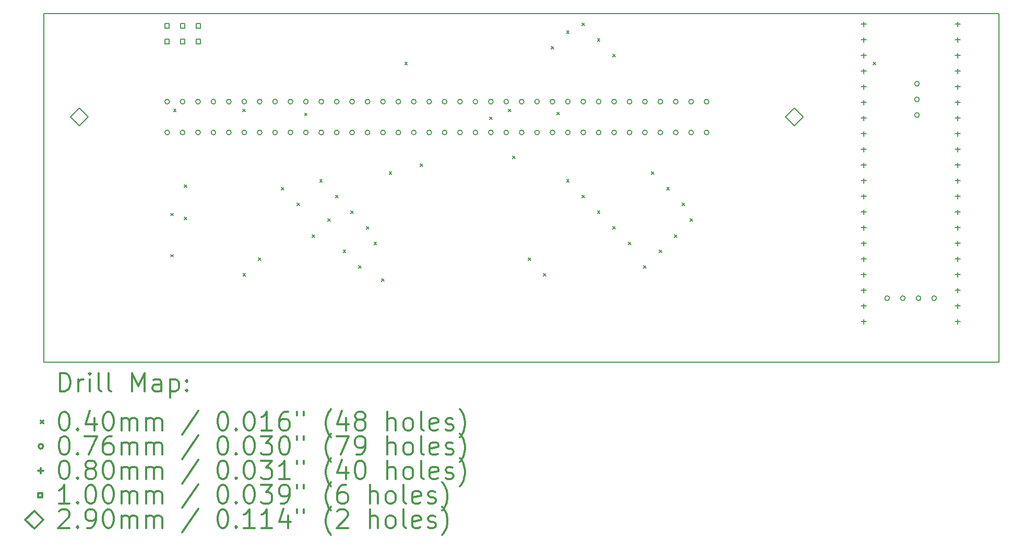
<source format=gbr>
%FSLAX45Y45*%
G04 Gerber Fmt 4.5, Leading zero omitted, Abs format (unit mm)*
G04 Created by KiCad (PCBNEW 4.0.4-stable) date 11/18/18 17:45:24*
%MOMM*%
%LPD*%
G01*
G04 APERTURE LIST*
%ADD10C,0.127000*%
%ADD11C,0.150000*%
%ADD12C,0.200000*%
%ADD13C,0.300000*%
G04 APERTURE END LIST*
D10*
D11*
X22520000Y-6980000D02*
X22520000Y-12640000D01*
X7020000Y-6980000D02*
X22520000Y-6980000D01*
X7020000Y-12640000D02*
X7020000Y-6980000D01*
X22520000Y-12640000D02*
X7020000Y-12640000D01*
D12*
X9079135Y-10220733D02*
X9119135Y-10260733D01*
X9119135Y-10220733D02*
X9079135Y-10260733D01*
X9079135Y-10890733D02*
X9119135Y-10930733D01*
X9119135Y-10890733D02*
X9079135Y-10930733D01*
X9129000Y-8532000D02*
X9169000Y-8572000D01*
X9169000Y-8532000D02*
X9129000Y-8572000D01*
X9304135Y-9760733D02*
X9344135Y-9800733D01*
X9344135Y-9760733D02*
X9304135Y-9800733D01*
X9304135Y-10285733D02*
X9344135Y-10325733D01*
X9344135Y-10285733D02*
X9304135Y-10325733D01*
X10253000Y-8532000D02*
X10293000Y-8572000D01*
X10293000Y-8532000D02*
X10253000Y-8572000D01*
X10254135Y-11198233D02*
X10294135Y-11238233D01*
X10294135Y-11198233D02*
X10254135Y-11238233D01*
X10504135Y-10943233D02*
X10544135Y-10983233D01*
X10544135Y-10943233D02*
X10504135Y-10983233D01*
X10874135Y-9800733D02*
X10914135Y-9840733D01*
X10914135Y-9800733D02*
X10874135Y-9840733D01*
X11129135Y-10055733D02*
X11169135Y-10095733D01*
X11169135Y-10055733D02*
X11129135Y-10095733D01*
X11254135Y-8595733D02*
X11294135Y-8635733D01*
X11294135Y-8595733D02*
X11254135Y-8635733D01*
X11379135Y-10570733D02*
X11419135Y-10610733D01*
X11419135Y-10570733D02*
X11379135Y-10610733D01*
X11499135Y-9675733D02*
X11539135Y-9715733D01*
X11539135Y-9675733D02*
X11499135Y-9715733D01*
X11629135Y-10310733D02*
X11669135Y-10350733D01*
X11669135Y-10310733D02*
X11629135Y-10350733D01*
X11754135Y-9928233D02*
X11794135Y-9968233D01*
X11794135Y-9928233D02*
X11754135Y-9968233D01*
X11879135Y-10818233D02*
X11919135Y-10858233D01*
X11919135Y-10818233D02*
X11879135Y-10858233D01*
X12004135Y-10183233D02*
X12044135Y-10223233D01*
X12044135Y-10183233D02*
X12004135Y-10223233D01*
X12129135Y-11070733D02*
X12169135Y-11110733D01*
X12169135Y-11070733D02*
X12129135Y-11110733D01*
X12254135Y-10435733D02*
X12294135Y-10475733D01*
X12294135Y-10435733D02*
X12254135Y-10475733D01*
X12379135Y-10690733D02*
X12419135Y-10730733D01*
X12419135Y-10690733D02*
X12379135Y-10730733D01*
X12504135Y-11285733D02*
X12544135Y-11325733D01*
X12544135Y-11285733D02*
X12504135Y-11325733D01*
X12624135Y-9548233D02*
X12664135Y-9588233D01*
X12664135Y-9548233D02*
X12624135Y-9588233D01*
X12879135Y-7768233D02*
X12919135Y-7808233D01*
X12919135Y-7768233D02*
X12879135Y-7808233D01*
X13129135Y-9420733D02*
X13169135Y-9460733D01*
X13169135Y-9420733D02*
X13129135Y-9460733D01*
X14256635Y-8658235D02*
X14296635Y-8698235D01*
X14296635Y-8658235D02*
X14256635Y-8698235D01*
X14557302Y-8532290D02*
X14597302Y-8572290D01*
X14597302Y-8532290D02*
X14557302Y-8572290D01*
X14629135Y-9293233D02*
X14669135Y-9333233D01*
X14669135Y-9293233D02*
X14629135Y-9333233D01*
X14879135Y-10943233D02*
X14919135Y-10983233D01*
X14919135Y-10943233D02*
X14879135Y-10983233D01*
X15129135Y-11198233D02*
X15169135Y-11238233D01*
X15169135Y-11198233D02*
X15129135Y-11238233D01*
X15254135Y-7515733D02*
X15294135Y-7555733D01*
X15294135Y-7515733D02*
X15254135Y-7555733D01*
X15347286Y-8585734D02*
X15387286Y-8625734D01*
X15387286Y-8585734D02*
X15347286Y-8625734D01*
X15504135Y-7260733D02*
X15544135Y-7300733D01*
X15544135Y-7260733D02*
X15504135Y-7300733D01*
X15504135Y-9675733D02*
X15544135Y-9715733D01*
X15544135Y-9675733D02*
X15504135Y-9715733D01*
X15754135Y-7135733D02*
X15794135Y-7175733D01*
X15794135Y-7135733D02*
X15754135Y-7175733D01*
X15754135Y-9928233D02*
X15794135Y-9968233D01*
X15794135Y-9928233D02*
X15754135Y-9968233D01*
X16004135Y-7388233D02*
X16044135Y-7428233D01*
X16044135Y-7388233D02*
X16004135Y-7428233D01*
X16004135Y-10183233D02*
X16044135Y-10223233D01*
X16044135Y-10183233D02*
X16004135Y-10223233D01*
X16254135Y-7643233D02*
X16294135Y-7683233D01*
X16294135Y-7643233D02*
X16254135Y-7683233D01*
X16254135Y-10435733D02*
X16294135Y-10475733D01*
X16294135Y-10435733D02*
X16254135Y-10475733D01*
X16504135Y-10690733D02*
X16544135Y-10730733D01*
X16544135Y-10690733D02*
X16504135Y-10730733D01*
X16754135Y-11070733D02*
X16794135Y-11110733D01*
X16794135Y-11070733D02*
X16754135Y-11110733D01*
X16879135Y-9548233D02*
X16919135Y-9588233D01*
X16919135Y-9548233D02*
X16879135Y-9588233D01*
X17004135Y-10818233D02*
X17044135Y-10858233D01*
X17044135Y-10818233D02*
X17004135Y-10858233D01*
X17129135Y-9800733D02*
X17169135Y-9840733D01*
X17169135Y-9800733D02*
X17129135Y-9840733D01*
X17254135Y-10570733D02*
X17294135Y-10610733D01*
X17294135Y-10570733D02*
X17254135Y-10610733D01*
X17379135Y-10055733D02*
X17419135Y-10095733D01*
X17419135Y-10055733D02*
X17379135Y-10095733D01*
X17504135Y-10310733D02*
X17544135Y-10350733D01*
X17544135Y-10310733D02*
X17504135Y-10350733D01*
X20479135Y-7768233D02*
X20519135Y-7808233D01*
X20519135Y-7768233D02*
X20479135Y-7808233D01*
X9062235Y-8410733D02*
G75*
G03X9062235Y-8410733I-38100J0D01*
G01*
X9062235Y-8910733D02*
G75*
G03X9062235Y-8910733I-38100J0D01*
G01*
X9312235Y-8410733D02*
G75*
G03X9312235Y-8410733I-38100J0D01*
G01*
X9312235Y-8910733D02*
G75*
G03X9312235Y-8910733I-38100J0D01*
G01*
X9562235Y-8410733D02*
G75*
G03X9562235Y-8410733I-38100J0D01*
G01*
X9562235Y-8910733D02*
G75*
G03X9562235Y-8910733I-38100J0D01*
G01*
X9812235Y-8410733D02*
G75*
G03X9812235Y-8410733I-38100J0D01*
G01*
X9812235Y-8910733D02*
G75*
G03X9812235Y-8910733I-38100J0D01*
G01*
X10062235Y-8410733D02*
G75*
G03X10062235Y-8410733I-38100J0D01*
G01*
X10062235Y-8910733D02*
G75*
G03X10062235Y-8910733I-38100J0D01*
G01*
X10312235Y-8410733D02*
G75*
G03X10312235Y-8410733I-38100J0D01*
G01*
X10312235Y-8910733D02*
G75*
G03X10312235Y-8910733I-38100J0D01*
G01*
X10562235Y-8410733D02*
G75*
G03X10562235Y-8410733I-38100J0D01*
G01*
X10562235Y-8910733D02*
G75*
G03X10562235Y-8910733I-38100J0D01*
G01*
X10812235Y-8410733D02*
G75*
G03X10812235Y-8410733I-38100J0D01*
G01*
X10812235Y-8910733D02*
G75*
G03X10812235Y-8910733I-38100J0D01*
G01*
X11062235Y-8410733D02*
G75*
G03X11062235Y-8410733I-38100J0D01*
G01*
X11062235Y-8910733D02*
G75*
G03X11062235Y-8910733I-38100J0D01*
G01*
X11312235Y-8410733D02*
G75*
G03X11312235Y-8410733I-38100J0D01*
G01*
X11312235Y-8910733D02*
G75*
G03X11312235Y-8910733I-38100J0D01*
G01*
X11562235Y-8410733D02*
G75*
G03X11562235Y-8410733I-38100J0D01*
G01*
X11562235Y-8910733D02*
G75*
G03X11562235Y-8910733I-38100J0D01*
G01*
X11812235Y-8410733D02*
G75*
G03X11812235Y-8410733I-38100J0D01*
G01*
X11812235Y-8910733D02*
G75*
G03X11812235Y-8910733I-38100J0D01*
G01*
X12062235Y-8410733D02*
G75*
G03X12062235Y-8410733I-38100J0D01*
G01*
X12062235Y-8910733D02*
G75*
G03X12062235Y-8910733I-38100J0D01*
G01*
X12312235Y-8410733D02*
G75*
G03X12312235Y-8410733I-38100J0D01*
G01*
X12312235Y-8910733D02*
G75*
G03X12312235Y-8910733I-38100J0D01*
G01*
X12562235Y-8410733D02*
G75*
G03X12562235Y-8410733I-38100J0D01*
G01*
X12562235Y-8910733D02*
G75*
G03X12562235Y-8910733I-38100J0D01*
G01*
X12812235Y-8410733D02*
G75*
G03X12812235Y-8410733I-38100J0D01*
G01*
X12812235Y-8910733D02*
G75*
G03X12812235Y-8910733I-38100J0D01*
G01*
X13062235Y-8410733D02*
G75*
G03X13062235Y-8410733I-38100J0D01*
G01*
X13062235Y-8910733D02*
G75*
G03X13062235Y-8910733I-38100J0D01*
G01*
X13312235Y-8410733D02*
G75*
G03X13312235Y-8410733I-38100J0D01*
G01*
X13312235Y-8910733D02*
G75*
G03X13312235Y-8910733I-38100J0D01*
G01*
X13562235Y-8410733D02*
G75*
G03X13562235Y-8410733I-38100J0D01*
G01*
X13562235Y-8910733D02*
G75*
G03X13562235Y-8910733I-38100J0D01*
G01*
X13812235Y-8410733D02*
G75*
G03X13812235Y-8410733I-38100J0D01*
G01*
X13812235Y-8910733D02*
G75*
G03X13812235Y-8910733I-38100J0D01*
G01*
X14062235Y-8410733D02*
G75*
G03X14062235Y-8410733I-38100J0D01*
G01*
X14062235Y-8910733D02*
G75*
G03X14062235Y-8910733I-38100J0D01*
G01*
X14312235Y-8410733D02*
G75*
G03X14312235Y-8410733I-38100J0D01*
G01*
X14312235Y-8910733D02*
G75*
G03X14312235Y-8910733I-38100J0D01*
G01*
X14562235Y-8410733D02*
G75*
G03X14562235Y-8410733I-38100J0D01*
G01*
X14562235Y-8910733D02*
G75*
G03X14562235Y-8910733I-38100J0D01*
G01*
X14812235Y-8410733D02*
G75*
G03X14812235Y-8410733I-38100J0D01*
G01*
X14812235Y-8910733D02*
G75*
G03X14812235Y-8910733I-38100J0D01*
G01*
X15062235Y-8410733D02*
G75*
G03X15062235Y-8410733I-38100J0D01*
G01*
X15062235Y-8910733D02*
G75*
G03X15062235Y-8910733I-38100J0D01*
G01*
X15312235Y-8410733D02*
G75*
G03X15312235Y-8410733I-38100J0D01*
G01*
X15312235Y-8910733D02*
G75*
G03X15312235Y-8910733I-38100J0D01*
G01*
X15562235Y-8410733D02*
G75*
G03X15562235Y-8410733I-38100J0D01*
G01*
X15562235Y-8910733D02*
G75*
G03X15562235Y-8910733I-38100J0D01*
G01*
X15812235Y-8410733D02*
G75*
G03X15812235Y-8410733I-38100J0D01*
G01*
X15812235Y-8910733D02*
G75*
G03X15812235Y-8910733I-38100J0D01*
G01*
X16062235Y-8410733D02*
G75*
G03X16062235Y-8410733I-38100J0D01*
G01*
X16062235Y-8910733D02*
G75*
G03X16062235Y-8910733I-38100J0D01*
G01*
X16312235Y-8410733D02*
G75*
G03X16312235Y-8410733I-38100J0D01*
G01*
X16312235Y-8910733D02*
G75*
G03X16312235Y-8910733I-38100J0D01*
G01*
X16562235Y-8410733D02*
G75*
G03X16562235Y-8410733I-38100J0D01*
G01*
X16562235Y-8910733D02*
G75*
G03X16562235Y-8910733I-38100J0D01*
G01*
X16812235Y-8410733D02*
G75*
G03X16812235Y-8410733I-38100J0D01*
G01*
X16812235Y-8910733D02*
G75*
G03X16812235Y-8910733I-38100J0D01*
G01*
X17062235Y-8410733D02*
G75*
G03X17062235Y-8410733I-38100J0D01*
G01*
X17062235Y-8910733D02*
G75*
G03X17062235Y-8910733I-38100J0D01*
G01*
X17312235Y-8410733D02*
G75*
G03X17312235Y-8410733I-38100J0D01*
G01*
X17312235Y-8910733D02*
G75*
G03X17312235Y-8910733I-38100J0D01*
G01*
X17562235Y-8410733D02*
G75*
G03X17562235Y-8410733I-38100J0D01*
G01*
X17562235Y-8910733D02*
G75*
G03X17562235Y-8910733I-38100J0D01*
G01*
X17812235Y-8410733D02*
G75*
G03X17812235Y-8410733I-38100J0D01*
G01*
X17812235Y-8910733D02*
G75*
G03X17812235Y-8910733I-38100J0D01*
G01*
X20741735Y-11599733D02*
G75*
G03X20741735Y-11599733I-38100J0D01*
G01*
X20995735Y-11599733D02*
G75*
G03X20995735Y-11599733I-38100J0D01*
G01*
X21224335Y-8119933D02*
G75*
G03X21224335Y-8119933I-38100J0D01*
G01*
X21224335Y-8373933D02*
G75*
G03X21224335Y-8373933I-38100J0D01*
G01*
X21224335Y-8627933D02*
G75*
G03X21224335Y-8627933I-38100J0D01*
G01*
X21249735Y-11599733D02*
G75*
G03X21249735Y-11599733I-38100J0D01*
G01*
X21503735Y-11599733D02*
G75*
G03X21503735Y-11599733I-38100J0D01*
G01*
X20322635Y-7114733D02*
X20322635Y-7194733D01*
X20282635Y-7154733D02*
X20362635Y-7154733D01*
X20322635Y-7368733D02*
X20322635Y-7448733D01*
X20282635Y-7408733D02*
X20362635Y-7408733D01*
X20322635Y-7622733D02*
X20322635Y-7702733D01*
X20282635Y-7662733D02*
X20362635Y-7662733D01*
X20322635Y-7876733D02*
X20322635Y-7956733D01*
X20282635Y-7916733D02*
X20362635Y-7916733D01*
X20322635Y-8130733D02*
X20322635Y-8210733D01*
X20282635Y-8170733D02*
X20362635Y-8170733D01*
X20322635Y-8384733D02*
X20322635Y-8464733D01*
X20282635Y-8424733D02*
X20362635Y-8424733D01*
X20322635Y-8638733D02*
X20322635Y-8718733D01*
X20282635Y-8678733D02*
X20362635Y-8678733D01*
X20322635Y-8892733D02*
X20322635Y-8972733D01*
X20282635Y-8932733D02*
X20362635Y-8932733D01*
X20322635Y-9146733D02*
X20322635Y-9226733D01*
X20282635Y-9186733D02*
X20362635Y-9186733D01*
X20322635Y-9400733D02*
X20322635Y-9480733D01*
X20282635Y-9440733D02*
X20362635Y-9440733D01*
X20322635Y-9654733D02*
X20322635Y-9734733D01*
X20282635Y-9694733D02*
X20362635Y-9694733D01*
X20322635Y-9908733D02*
X20322635Y-9988733D01*
X20282635Y-9948733D02*
X20362635Y-9948733D01*
X20322635Y-10162733D02*
X20322635Y-10242733D01*
X20282635Y-10202733D02*
X20362635Y-10202733D01*
X20322635Y-10416733D02*
X20322635Y-10496733D01*
X20282635Y-10456733D02*
X20362635Y-10456733D01*
X20322635Y-10670733D02*
X20322635Y-10750733D01*
X20282635Y-10710733D02*
X20362635Y-10710733D01*
X20322635Y-10924733D02*
X20322635Y-11004733D01*
X20282635Y-10964733D02*
X20362635Y-10964733D01*
X20322635Y-11178733D02*
X20322635Y-11258733D01*
X20282635Y-11218733D02*
X20362635Y-11218733D01*
X20322635Y-11432733D02*
X20322635Y-11512733D01*
X20282635Y-11472733D02*
X20362635Y-11472733D01*
X20322635Y-11686733D02*
X20322635Y-11766733D01*
X20282635Y-11726733D02*
X20362635Y-11726733D01*
X20322635Y-11940733D02*
X20322635Y-12020733D01*
X20282635Y-11980733D02*
X20362635Y-11980733D01*
X21846635Y-7114733D02*
X21846635Y-7194733D01*
X21806635Y-7154733D02*
X21886635Y-7154733D01*
X21846635Y-7368733D02*
X21846635Y-7448733D01*
X21806635Y-7408733D02*
X21886635Y-7408733D01*
X21846635Y-7622733D02*
X21846635Y-7702733D01*
X21806635Y-7662733D02*
X21886635Y-7662733D01*
X21846635Y-7876733D02*
X21846635Y-7956733D01*
X21806635Y-7916733D02*
X21886635Y-7916733D01*
X21846635Y-8130733D02*
X21846635Y-8210733D01*
X21806635Y-8170733D02*
X21886635Y-8170733D01*
X21846635Y-8384733D02*
X21846635Y-8464733D01*
X21806635Y-8424733D02*
X21886635Y-8424733D01*
X21846635Y-8638733D02*
X21846635Y-8718733D01*
X21806635Y-8678733D02*
X21886635Y-8678733D01*
X21846635Y-8892733D02*
X21846635Y-8972733D01*
X21806635Y-8932733D02*
X21886635Y-8932733D01*
X21846635Y-9146733D02*
X21846635Y-9226733D01*
X21806635Y-9186733D02*
X21886635Y-9186733D01*
X21846635Y-9400733D02*
X21846635Y-9480733D01*
X21806635Y-9440733D02*
X21886635Y-9440733D01*
X21846635Y-9654733D02*
X21846635Y-9734733D01*
X21806635Y-9694733D02*
X21886635Y-9694733D01*
X21846635Y-9908733D02*
X21846635Y-9988733D01*
X21806635Y-9948733D02*
X21886635Y-9948733D01*
X21846635Y-10162733D02*
X21846635Y-10242733D01*
X21806635Y-10202733D02*
X21886635Y-10202733D01*
X21846635Y-10416733D02*
X21846635Y-10496733D01*
X21806635Y-10456733D02*
X21886635Y-10456733D01*
X21846635Y-10670733D02*
X21846635Y-10750733D01*
X21806635Y-10710733D02*
X21886635Y-10710733D01*
X21846635Y-10924733D02*
X21846635Y-11004733D01*
X21806635Y-10964733D02*
X21886635Y-10964733D01*
X21846635Y-11178733D02*
X21846635Y-11258733D01*
X21806635Y-11218733D02*
X21886635Y-11218733D01*
X21846635Y-11432733D02*
X21846635Y-11512733D01*
X21806635Y-11472733D02*
X21886635Y-11472733D01*
X21846635Y-11686733D02*
X21846635Y-11766733D01*
X21806635Y-11726733D02*
X21886635Y-11726733D01*
X21846635Y-11940733D02*
X21846635Y-12020733D01*
X21806635Y-11980733D02*
X21886635Y-11980733D01*
X9056491Y-7216089D02*
X9056491Y-7145378D01*
X8985779Y-7145378D01*
X8985779Y-7216089D01*
X9056491Y-7216089D01*
X9056491Y-7470089D02*
X9056491Y-7399378D01*
X8985779Y-7399378D01*
X8985779Y-7470089D01*
X9056491Y-7470089D01*
X9310491Y-7216089D02*
X9310491Y-7145378D01*
X9239779Y-7145378D01*
X9239779Y-7216089D01*
X9310491Y-7216089D01*
X9310491Y-7470089D02*
X9310491Y-7399378D01*
X9239779Y-7399378D01*
X9239779Y-7470089D01*
X9310491Y-7470089D01*
X9564491Y-7216089D02*
X9564491Y-7145378D01*
X9493779Y-7145378D01*
X9493779Y-7216089D01*
X9564491Y-7216089D01*
X9564491Y-7470089D02*
X9564491Y-7399378D01*
X9493779Y-7399378D01*
X9493779Y-7470089D01*
X9564491Y-7470089D01*
X7600000Y-8805000D02*
X7745000Y-8660000D01*
X7600000Y-8515000D01*
X7455000Y-8660000D01*
X7600000Y-8805000D01*
X19200000Y-8805000D02*
X19345000Y-8660000D01*
X19200000Y-8515000D01*
X19055000Y-8660000D01*
X19200000Y-8805000D01*
D13*
X7283928Y-13113214D02*
X7283928Y-12813214D01*
X7355357Y-12813214D01*
X7398214Y-12827500D01*
X7426786Y-12856071D01*
X7441071Y-12884643D01*
X7455357Y-12941786D01*
X7455357Y-12984643D01*
X7441071Y-13041786D01*
X7426786Y-13070357D01*
X7398214Y-13098929D01*
X7355357Y-13113214D01*
X7283928Y-13113214D01*
X7583928Y-13113214D02*
X7583928Y-12913214D01*
X7583928Y-12970357D02*
X7598214Y-12941786D01*
X7612500Y-12927500D01*
X7641071Y-12913214D01*
X7669643Y-12913214D01*
X7769643Y-13113214D02*
X7769643Y-12913214D01*
X7769643Y-12813214D02*
X7755357Y-12827500D01*
X7769643Y-12841786D01*
X7783928Y-12827500D01*
X7769643Y-12813214D01*
X7769643Y-12841786D01*
X7955357Y-13113214D02*
X7926786Y-13098929D01*
X7912500Y-13070357D01*
X7912500Y-12813214D01*
X8112500Y-13113214D02*
X8083928Y-13098929D01*
X8069643Y-13070357D01*
X8069643Y-12813214D01*
X8455357Y-13113214D02*
X8455357Y-12813214D01*
X8555357Y-13027500D01*
X8655357Y-12813214D01*
X8655357Y-13113214D01*
X8926786Y-13113214D02*
X8926786Y-12956071D01*
X8912500Y-12927500D01*
X8883929Y-12913214D01*
X8826786Y-12913214D01*
X8798214Y-12927500D01*
X8926786Y-13098929D02*
X8898214Y-13113214D01*
X8826786Y-13113214D01*
X8798214Y-13098929D01*
X8783929Y-13070357D01*
X8783929Y-13041786D01*
X8798214Y-13013214D01*
X8826786Y-12998929D01*
X8898214Y-12998929D01*
X8926786Y-12984643D01*
X9069643Y-12913214D02*
X9069643Y-13213214D01*
X9069643Y-12927500D02*
X9098214Y-12913214D01*
X9155357Y-12913214D01*
X9183929Y-12927500D01*
X9198214Y-12941786D01*
X9212500Y-12970357D01*
X9212500Y-13056071D01*
X9198214Y-13084643D01*
X9183929Y-13098929D01*
X9155357Y-13113214D01*
X9098214Y-13113214D01*
X9069643Y-13098929D01*
X9341071Y-13084643D02*
X9355357Y-13098929D01*
X9341071Y-13113214D01*
X9326786Y-13098929D01*
X9341071Y-13084643D01*
X9341071Y-13113214D01*
X9341071Y-12927500D02*
X9355357Y-12941786D01*
X9341071Y-12956071D01*
X9326786Y-12941786D01*
X9341071Y-12927500D01*
X9341071Y-12956071D01*
X6972500Y-13587500D02*
X7012500Y-13627500D01*
X7012500Y-13587500D02*
X6972500Y-13627500D01*
X7341071Y-13443214D02*
X7369643Y-13443214D01*
X7398214Y-13457500D01*
X7412500Y-13471786D01*
X7426786Y-13500357D01*
X7441071Y-13557500D01*
X7441071Y-13628929D01*
X7426786Y-13686071D01*
X7412500Y-13714643D01*
X7398214Y-13728929D01*
X7369643Y-13743214D01*
X7341071Y-13743214D01*
X7312500Y-13728929D01*
X7298214Y-13714643D01*
X7283928Y-13686071D01*
X7269643Y-13628929D01*
X7269643Y-13557500D01*
X7283928Y-13500357D01*
X7298214Y-13471786D01*
X7312500Y-13457500D01*
X7341071Y-13443214D01*
X7569643Y-13714643D02*
X7583928Y-13728929D01*
X7569643Y-13743214D01*
X7555357Y-13728929D01*
X7569643Y-13714643D01*
X7569643Y-13743214D01*
X7841071Y-13543214D02*
X7841071Y-13743214D01*
X7769643Y-13428929D02*
X7698214Y-13643214D01*
X7883928Y-13643214D01*
X8055357Y-13443214D02*
X8083928Y-13443214D01*
X8112500Y-13457500D01*
X8126786Y-13471786D01*
X8141071Y-13500357D01*
X8155357Y-13557500D01*
X8155357Y-13628929D01*
X8141071Y-13686071D01*
X8126786Y-13714643D01*
X8112500Y-13728929D01*
X8083928Y-13743214D01*
X8055357Y-13743214D01*
X8026786Y-13728929D01*
X8012500Y-13714643D01*
X7998214Y-13686071D01*
X7983928Y-13628929D01*
X7983928Y-13557500D01*
X7998214Y-13500357D01*
X8012500Y-13471786D01*
X8026786Y-13457500D01*
X8055357Y-13443214D01*
X8283928Y-13743214D02*
X8283928Y-13543214D01*
X8283928Y-13571786D02*
X8298214Y-13557500D01*
X8326786Y-13543214D01*
X8369643Y-13543214D01*
X8398214Y-13557500D01*
X8412500Y-13586071D01*
X8412500Y-13743214D01*
X8412500Y-13586071D02*
X8426786Y-13557500D01*
X8455357Y-13543214D01*
X8498214Y-13543214D01*
X8526786Y-13557500D01*
X8541071Y-13586071D01*
X8541071Y-13743214D01*
X8683929Y-13743214D02*
X8683929Y-13543214D01*
X8683929Y-13571786D02*
X8698214Y-13557500D01*
X8726786Y-13543214D01*
X8769643Y-13543214D01*
X8798214Y-13557500D01*
X8812500Y-13586071D01*
X8812500Y-13743214D01*
X8812500Y-13586071D02*
X8826786Y-13557500D01*
X8855357Y-13543214D01*
X8898214Y-13543214D01*
X8926786Y-13557500D01*
X8941071Y-13586071D01*
X8941071Y-13743214D01*
X9526786Y-13428929D02*
X9269643Y-13814643D01*
X9912500Y-13443214D02*
X9941071Y-13443214D01*
X9969643Y-13457500D01*
X9983928Y-13471786D01*
X9998214Y-13500357D01*
X10012500Y-13557500D01*
X10012500Y-13628929D01*
X9998214Y-13686071D01*
X9983928Y-13714643D01*
X9969643Y-13728929D01*
X9941071Y-13743214D01*
X9912500Y-13743214D01*
X9883928Y-13728929D01*
X9869643Y-13714643D01*
X9855357Y-13686071D01*
X9841071Y-13628929D01*
X9841071Y-13557500D01*
X9855357Y-13500357D01*
X9869643Y-13471786D01*
X9883928Y-13457500D01*
X9912500Y-13443214D01*
X10141071Y-13714643D02*
X10155357Y-13728929D01*
X10141071Y-13743214D01*
X10126786Y-13728929D01*
X10141071Y-13714643D01*
X10141071Y-13743214D01*
X10341071Y-13443214D02*
X10369643Y-13443214D01*
X10398214Y-13457500D01*
X10412500Y-13471786D01*
X10426786Y-13500357D01*
X10441071Y-13557500D01*
X10441071Y-13628929D01*
X10426786Y-13686071D01*
X10412500Y-13714643D01*
X10398214Y-13728929D01*
X10369643Y-13743214D01*
X10341071Y-13743214D01*
X10312500Y-13728929D01*
X10298214Y-13714643D01*
X10283928Y-13686071D01*
X10269643Y-13628929D01*
X10269643Y-13557500D01*
X10283928Y-13500357D01*
X10298214Y-13471786D01*
X10312500Y-13457500D01*
X10341071Y-13443214D01*
X10726786Y-13743214D02*
X10555357Y-13743214D01*
X10641071Y-13743214D02*
X10641071Y-13443214D01*
X10612500Y-13486071D01*
X10583928Y-13514643D01*
X10555357Y-13528929D01*
X10983928Y-13443214D02*
X10926786Y-13443214D01*
X10898214Y-13457500D01*
X10883928Y-13471786D01*
X10855357Y-13514643D01*
X10841071Y-13571786D01*
X10841071Y-13686071D01*
X10855357Y-13714643D01*
X10869643Y-13728929D01*
X10898214Y-13743214D01*
X10955357Y-13743214D01*
X10983928Y-13728929D01*
X10998214Y-13714643D01*
X11012500Y-13686071D01*
X11012500Y-13614643D01*
X10998214Y-13586071D01*
X10983928Y-13571786D01*
X10955357Y-13557500D01*
X10898214Y-13557500D01*
X10869643Y-13571786D01*
X10855357Y-13586071D01*
X10841071Y-13614643D01*
X11126786Y-13443214D02*
X11126786Y-13500357D01*
X11241071Y-13443214D02*
X11241071Y-13500357D01*
X11683928Y-13857500D02*
X11669643Y-13843214D01*
X11641071Y-13800357D01*
X11626785Y-13771786D01*
X11612500Y-13728929D01*
X11598214Y-13657500D01*
X11598214Y-13600357D01*
X11612500Y-13528929D01*
X11626785Y-13486071D01*
X11641071Y-13457500D01*
X11669643Y-13414643D01*
X11683928Y-13400357D01*
X11926785Y-13543214D02*
X11926785Y-13743214D01*
X11855357Y-13428929D02*
X11783928Y-13643214D01*
X11969643Y-13643214D01*
X12126785Y-13571786D02*
X12098214Y-13557500D01*
X12083928Y-13543214D01*
X12069643Y-13514643D01*
X12069643Y-13500357D01*
X12083928Y-13471786D01*
X12098214Y-13457500D01*
X12126785Y-13443214D01*
X12183928Y-13443214D01*
X12212500Y-13457500D01*
X12226785Y-13471786D01*
X12241071Y-13500357D01*
X12241071Y-13514643D01*
X12226785Y-13543214D01*
X12212500Y-13557500D01*
X12183928Y-13571786D01*
X12126785Y-13571786D01*
X12098214Y-13586071D01*
X12083928Y-13600357D01*
X12069643Y-13628929D01*
X12069643Y-13686071D01*
X12083928Y-13714643D01*
X12098214Y-13728929D01*
X12126785Y-13743214D01*
X12183928Y-13743214D01*
X12212500Y-13728929D01*
X12226785Y-13714643D01*
X12241071Y-13686071D01*
X12241071Y-13628929D01*
X12226785Y-13600357D01*
X12212500Y-13586071D01*
X12183928Y-13571786D01*
X12598214Y-13743214D02*
X12598214Y-13443214D01*
X12726785Y-13743214D02*
X12726785Y-13586071D01*
X12712500Y-13557500D01*
X12683928Y-13543214D01*
X12641071Y-13543214D01*
X12612500Y-13557500D01*
X12598214Y-13571786D01*
X12912500Y-13743214D02*
X12883928Y-13728929D01*
X12869643Y-13714643D01*
X12855357Y-13686071D01*
X12855357Y-13600357D01*
X12869643Y-13571786D01*
X12883928Y-13557500D01*
X12912500Y-13543214D01*
X12955357Y-13543214D01*
X12983928Y-13557500D01*
X12998214Y-13571786D01*
X13012500Y-13600357D01*
X13012500Y-13686071D01*
X12998214Y-13714643D01*
X12983928Y-13728929D01*
X12955357Y-13743214D01*
X12912500Y-13743214D01*
X13183928Y-13743214D02*
X13155357Y-13728929D01*
X13141071Y-13700357D01*
X13141071Y-13443214D01*
X13412500Y-13728929D02*
X13383928Y-13743214D01*
X13326786Y-13743214D01*
X13298214Y-13728929D01*
X13283928Y-13700357D01*
X13283928Y-13586071D01*
X13298214Y-13557500D01*
X13326786Y-13543214D01*
X13383928Y-13543214D01*
X13412500Y-13557500D01*
X13426786Y-13586071D01*
X13426786Y-13614643D01*
X13283928Y-13643214D01*
X13541071Y-13728929D02*
X13569643Y-13743214D01*
X13626786Y-13743214D01*
X13655357Y-13728929D01*
X13669643Y-13700357D01*
X13669643Y-13686071D01*
X13655357Y-13657500D01*
X13626786Y-13643214D01*
X13583928Y-13643214D01*
X13555357Y-13628929D01*
X13541071Y-13600357D01*
X13541071Y-13586071D01*
X13555357Y-13557500D01*
X13583928Y-13543214D01*
X13626786Y-13543214D01*
X13655357Y-13557500D01*
X13769643Y-13857500D02*
X13783928Y-13843214D01*
X13812500Y-13800357D01*
X13826786Y-13771786D01*
X13841071Y-13728929D01*
X13855357Y-13657500D01*
X13855357Y-13600357D01*
X13841071Y-13528929D01*
X13826786Y-13486071D01*
X13812500Y-13457500D01*
X13783928Y-13414643D01*
X13769643Y-13400357D01*
X7012500Y-14003500D02*
G75*
G03X7012500Y-14003500I-38100J0D01*
G01*
X7341071Y-13839214D02*
X7369643Y-13839214D01*
X7398214Y-13853500D01*
X7412500Y-13867786D01*
X7426786Y-13896357D01*
X7441071Y-13953500D01*
X7441071Y-14024929D01*
X7426786Y-14082071D01*
X7412500Y-14110643D01*
X7398214Y-14124929D01*
X7369643Y-14139214D01*
X7341071Y-14139214D01*
X7312500Y-14124929D01*
X7298214Y-14110643D01*
X7283928Y-14082071D01*
X7269643Y-14024929D01*
X7269643Y-13953500D01*
X7283928Y-13896357D01*
X7298214Y-13867786D01*
X7312500Y-13853500D01*
X7341071Y-13839214D01*
X7569643Y-14110643D02*
X7583928Y-14124929D01*
X7569643Y-14139214D01*
X7555357Y-14124929D01*
X7569643Y-14110643D01*
X7569643Y-14139214D01*
X7683928Y-13839214D02*
X7883928Y-13839214D01*
X7755357Y-14139214D01*
X8126786Y-13839214D02*
X8069643Y-13839214D01*
X8041071Y-13853500D01*
X8026786Y-13867786D01*
X7998214Y-13910643D01*
X7983928Y-13967786D01*
X7983928Y-14082071D01*
X7998214Y-14110643D01*
X8012500Y-14124929D01*
X8041071Y-14139214D01*
X8098214Y-14139214D01*
X8126786Y-14124929D01*
X8141071Y-14110643D01*
X8155357Y-14082071D01*
X8155357Y-14010643D01*
X8141071Y-13982071D01*
X8126786Y-13967786D01*
X8098214Y-13953500D01*
X8041071Y-13953500D01*
X8012500Y-13967786D01*
X7998214Y-13982071D01*
X7983928Y-14010643D01*
X8283928Y-14139214D02*
X8283928Y-13939214D01*
X8283928Y-13967786D02*
X8298214Y-13953500D01*
X8326786Y-13939214D01*
X8369643Y-13939214D01*
X8398214Y-13953500D01*
X8412500Y-13982071D01*
X8412500Y-14139214D01*
X8412500Y-13982071D02*
X8426786Y-13953500D01*
X8455357Y-13939214D01*
X8498214Y-13939214D01*
X8526786Y-13953500D01*
X8541071Y-13982071D01*
X8541071Y-14139214D01*
X8683929Y-14139214D02*
X8683929Y-13939214D01*
X8683929Y-13967786D02*
X8698214Y-13953500D01*
X8726786Y-13939214D01*
X8769643Y-13939214D01*
X8798214Y-13953500D01*
X8812500Y-13982071D01*
X8812500Y-14139214D01*
X8812500Y-13982071D02*
X8826786Y-13953500D01*
X8855357Y-13939214D01*
X8898214Y-13939214D01*
X8926786Y-13953500D01*
X8941071Y-13982071D01*
X8941071Y-14139214D01*
X9526786Y-13824929D02*
X9269643Y-14210643D01*
X9912500Y-13839214D02*
X9941071Y-13839214D01*
X9969643Y-13853500D01*
X9983928Y-13867786D01*
X9998214Y-13896357D01*
X10012500Y-13953500D01*
X10012500Y-14024929D01*
X9998214Y-14082071D01*
X9983928Y-14110643D01*
X9969643Y-14124929D01*
X9941071Y-14139214D01*
X9912500Y-14139214D01*
X9883928Y-14124929D01*
X9869643Y-14110643D01*
X9855357Y-14082071D01*
X9841071Y-14024929D01*
X9841071Y-13953500D01*
X9855357Y-13896357D01*
X9869643Y-13867786D01*
X9883928Y-13853500D01*
X9912500Y-13839214D01*
X10141071Y-14110643D02*
X10155357Y-14124929D01*
X10141071Y-14139214D01*
X10126786Y-14124929D01*
X10141071Y-14110643D01*
X10141071Y-14139214D01*
X10341071Y-13839214D02*
X10369643Y-13839214D01*
X10398214Y-13853500D01*
X10412500Y-13867786D01*
X10426786Y-13896357D01*
X10441071Y-13953500D01*
X10441071Y-14024929D01*
X10426786Y-14082071D01*
X10412500Y-14110643D01*
X10398214Y-14124929D01*
X10369643Y-14139214D01*
X10341071Y-14139214D01*
X10312500Y-14124929D01*
X10298214Y-14110643D01*
X10283928Y-14082071D01*
X10269643Y-14024929D01*
X10269643Y-13953500D01*
X10283928Y-13896357D01*
X10298214Y-13867786D01*
X10312500Y-13853500D01*
X10341071Y-13839214D01*
X10541071Y-13839214D02*
X10726786Y-13839214D01*
X10626786Y-13953500D01*
X10669643Y-13953500D01*
X10698214Y-13967786D01*
X10712500Y-13982071D01*
X10726786Y-14010643D01*
X10726786Y-14082071D01*
X10712500Y-14110643D01*
X10698214Y-14124929D01*
X10669643Y-14139214D01*
X10583928Y-14139214D01*
X10555357Y-14124929D01*
X10541071Y-14110643D01*
X10912500Y-13839214D02*
X10941071Y-13839214D01*
X10969643Y-13853500D01*
X10983928Y-13867786D01*
X10998214Y-13896357D01*
X11012500Y-13953500D01*
X11012500Y-14024929D01*
X10998214Y-14082071D01*
X10983928Y-14110643D01*
X10969643Y-14124929D01*
X10941071Y-14139214D01*
X10912500Y-14139214D01*
X10883928Y-14124929D01*
X10869643Y-14110643D01*
X10855357Y-14082071D01*
X10841071Y-14024929D01*
X10841071Y-13953500D01*
X10855357Y-13896357D01*
X10869643Y-13867786D01*
X10883928Y-13853500D01*
X10912500Y-13839214D01*
X11126786Y-13839214D02*
X11126786Y-13896357D01*
X11241071Y-13839214D02*
X11241071Y-13896357D01*
X11683928Y-14253500D02*
X11669643Y-14239214D01*
X11641071Y-14196357D01*
X11626785Y-14167786D01*
X11612500Y-14124929D01*
X11598214Y-14053500D01*
X11598214Y-13996357D01*
X11612500Y-13924929D01*
X11626785Y-13882071D01*
X11641071Y-13853500D01*
X11669643Y-13810643D01*
X11683928Y-13796357D01*
X11769643Y-13839214D02*
X11969643Y-13839214D01*
X11841071Y-14139214D01*
X12098214Y-14139214D02*
X12155357Y-14139214D01*
X12183928Y-14124929D01*
X12198214Y-14110643D01*
X12226785Y-14067786D01*
X12241071Y-14010643D01*
X12241071Y-13896357D01*
X12226785Y-13867786D01*
X12212500Y-13853500D01*
X12183928Y-13839214D01*
X12126785Y-13839214D01*
X12098214Y-13853500D01*
X12083928Y-13867786D01*
X12069643Y-13896357D01*
X12069643Y-13967786D01*
X12083928Y-13996357D01*
X12098214Y-14010643D01*
X12126785Y-14024929D01*
X12183928Y-14024929D01*
X12212500Y-14010643D01*
X12226785Y-13996357D01*
X12241071Y-13967786D01*
X12598214Y-14139214D02*
X12598214Y-13839214D01*
X12726785Y-14139214D02*
X12726785Y-13982071D01*
X12712500Y-13953500D01*
X12683928Y-13939214D01*
X12641071Y-13939214D01*
X12612500Y-13953500D01*
X12598214Y-13967786D01*
X12912500Y-14139214D02*
X12883928Y-14124929D01*
X12869643Y-14110643D01*
X12855357Y-14082071D01*
X12855357Y-13996357D01*
X12869643Y-13967786D01*
X12883928Y-13953500D01*
X12912500Y-13939214D01*
X12955357Y-13939214D01*
X12983928Y-13953500D01*
X12998214Y-13967786D01*
X13012500Y-13996357D01*
X13012500Y-14082071D01*
X12998214Y-14110643D01*
X12983928Y-14124929D01*
X12955357Y-14139214D01*
X12912500Y-14139214D01*
X13183928Y-14139214D02*
X13155357Y-14124929D01*
X13141071Y-14096357D01*
X13141071Y-13839214D01*
X13412500Y-14124929D02*
X13383928Y-14139214D01*
X13326786Y-14139214D01*
X13298214Y-14124929D01*
X13283928Y-14096357D01*
X13283928Y-13982071D01*
X13298214Y-13953500D01*
X13326786Y-13939214D01*
X13383928Y-13939214D01*
X13412500Y-13953500D01*
X13426786Y-13982071D01*
X13426786Y-14010643D01*
X13283928Y-14039214D01*
X13541071Y-14124929D02*
X13569643Y-14139214D01*
X13626786Y-14139214D01*
X13655357Y-14124929D01*
X13669643Y-14096357D01*
X13669643Y-14082071D01*
X13655357Y-14053500D01*
X13626786Y-14039214D01*
X13583928Y-14039214D01*
X13555357Y-14024929D01*
X13541071Y-13996357D01*
X13541071Y-13982071D01*
X13555357Y-13953500D01*
X13583928Y-13939214D01*
X13626786Y-13939214D01*
X13655357Y-13953500D01*
X13769643Y-14253500D02*
X13783928Y-14239214D01*
X13812500Y-14196357D01*
X13826786Y-14167786D01*
X13841071Y-14124929D01*
X13855357Y-14053500D01*
X13855357Y-13996357D01*
X13841071Y-13924929D01*
X13826786Y-13882071D01*
X13812500Y-13853500D01*
X13783928Y-13810643D01*
X13769643Y-13796357D01*
X6972500Y-14359500D02*
X6972500Y-14439500D01*
X6932500Y-14399500D02*
X7012500Y-14399500D01*
X7341071Y-14235214D02*
X7369643Y-14235214D01*
X7398214Y-14249500D01*
X7412500Y-14263786D01*
X7426786Y-14292357D01*
X7441071Y-14349500D01*
X7441071Y-14420929D01*
X7426786Y-14478071D01*
X7412500Y-14506643D01*
X7398214Y-14520929D01*
X7369643Y-14535214D01*
X7341071Y-14535214D01*
X7312500Y-14520929D01*
X7298214Y-14506643D01*
X7283928Y-14478071D01*
X7269643Y-14420929D01*
X7269643Y-14349500D01*
X7283928Y-14292357D01*
X7298214Y-14263786D01*
X7312500Y-14249500D01*
X7341071Y-14235214D01*
X7569643Y-14506643D02*
X7583928Y-14520929D01*
X7569643Y-14535214D01*
X7555357Y-14520929D01*
X7569643Y-14506643D01*
X7569643Y-14535214D01*
X7755357Y-14363786D02*
X7726786Y-14349500D01*
X7712500Y-14335214D01*
X7698214Y-14306643D01*
X7698214Y-14292357D01*
X7712500Y-14263786D01*
X7726786Y-14249500D01*
X7755357Y-14235214D01*
X7812500Y-14235214D01*
X7841071Y-14249500D01*
X7855357Y-14263786D01*
X7869643Y-14292357D01*
X7869643Y-14306643D01*
X7855357Y-14335214D01*
X7841071Y-14349500D01*
X7812500Y-14363786D01*
X7755357Y-14363786D01*
X7726786Y-14378071D01*
X7712500Y-14392357D01*
X7698214Y-14420929D01*
X7698214Y-14478071D01*
X7712500Y-14506643D01*
X7726786Y-14520929D01*
X7755357Y-14535214D01*
X7812500Y-14535214D01*
X7841071Y-14520929D01*
X7855357Y-14506643D01*
X7869643Y-14478071D01*
X7869643Y-14420929D01*
X7855357Y-14392357D01*
X7841071Y-14378071D01*
X7812500Y-14363786D01*
X8055357Y-14235214D02*
X8083928Y-14235214D01*
X8112500Y-14249500D01*
X8126786Y-14263786D01*
X8141071Y-14292357D01*
X8155357Y-14349500D01*
X8155357Y-14420929D01*
X8141071Y-14478071D01*
X8126786Y-14506643D01*
X8112500Y-14520929D01*
X8083928Y-14535214D01*
X8055357Y-14535214D01*
X8026786Y-14520929D01*
X8012500Y-14506643D01*
X7998214Y-14478071D01*
X7983928Y-14420929D01*
X7983928Y-14349500D01*
X7998214Y-14292357D01*
X8012500Y-14263786D01*
X8026786Y-14249500D01*
X8055357Y-14235214D01*
X8283928Y-14535214D02*
X8283928Y-14335214D01*
X8283928Y-14363786D02*
X8298214Y-14349500D01*
X8326786Y-14335214D01*
X8369643Y-14335214D01*
X8398214Y-14349500D01*
X8412500Y-14378071D01*
X8412500Y-14535214D01*
X8412500Y-14378071D02*
X8426786Y-14349500D01*
X8455357Y-14335214D01*
X8498214Y-14335214D01*
X8526786Y-14349500D01*
X8541071Y-14378071D01*
X8541071Y-14535214D01*
X8683929Y-14535214D02*
X8683929Y-14335214D01*
X8683929Y-14363786D02*
X8698214Y-14349500D01*
X8726786Y-14335214D01*
X8769643Y-14335214D01*
X8798214Y-14349500D01*
X8812500Y-14378071D01*
X8812500Y-14535214D01*
X8812500Y-14378071D02*
X8826786Y-14349500D01*
X8855357Y-14335214D01*
X8898214Y-14335214D01*
X8926786Y-14349500D01*
X8941071Y-14378071D01*
X8941071Y-14535214D01*
X9526786Y-14220929D02*
X9269643Y-14606643D01*
X9912500Y-14235214D02*
X9941071Y-14235214D01*
X9969643Y-14249500D01*
X9983928Y-14263786D01*
X9998214Y-14292357D01*
X10012500Y-14349500D01*
X10012500Y-14420929D01*
X9998214Y-14478071D01*
X9983928Y-14506643D01*
X9969643Y-14520929D01*
X9941071Y-14535214D01*
X9912500Y-14535214D01*
X9883928Y-14520929D01*
X9869643Y-14506643D01*
X9855357Y-14478071D01*
X9841071Y-14420929D01*
X9841071Y-14349500D01*
X9855357Y-14292357D01*
X9869643Y-14263786D01*
X9883928Y-14249500D01*
X9912500Y-14235214D01*
X10141071Y-14506643D02*
X10155357Y-14520929D01*
X10141071Y-14535214D01*
X10126786Y-14520929D01*
X10141071Y-14506643D01*
X10141071Y-14535214D01*
X10341071Y-14235214D02*
X10369643Y-14235214D01*
X10398214Y-14249500D01*
X10412500Y-14263786D01*
X10426786Y-14292357D01*
X10441071Y-14349500D01*
X10441071Y-14420929D01*
X10426786Y-14478071D01*
X10412500Y-14506643D01*
X10398214Y-14520929D01*
X10369643Y-14535214D01*
X10341071Y-14535214D01*
X10312500Y-14520929D01*
X10298214Y-14506643D01*
X10283928Y-14478071D01*
X10269643Y-14420929D01*
X10269643Y-14349500D01*
X10283928Y-14292357D01*
X10298214Y-14263786D01*
X10312500Y-14249500D01*
X10341071Y-14235214D01*
X10541071Y-14235214D02*
X10726786Y-14235214D01*
X10626786Y-14349500D01*
X10669643Y-14349500D01*
X10698214Y-14363786D01*
X10712500Y-14378071D01*
X10726786Y-14406643D01*
X10726786Y-14478071D01*
X10712500Y-14506643D01*
X10698214Y-14520929D01*
X10669643Y-14535214D01*
X10583928Y-14535214D01*
X10555357Y-14520929D01*
X10541071Y-14506643D01*
X11012500Y-14535214D02*
X10841071Y-14535214D01*
X10926786Y-14535214D02*
X10926786Y-14235214D01*
X10898214Y-14278071D01*
X10869643Y-14306643D01*
X10841071Y-14320929D01*
X11126786Y-14235214D02*
X11126786Y-14292357D01*
X11241071Y-14235214D02*
X11241071Y-14292357D01*
X11683928Y-14649500D02*
X11669643Y-14635214D01*
X11641071Y-14592357D01*
X11626785Y-14563786D01*
X11612500Y-14520929D01*
X11598214Y-14449500D01*
X11598214Y-14392357D01*
X11612500Y-14320929D01*
X11626785Y-14278071D01*
X11641071Y-14249500D01*
X11669643Y-14206643D01*
X11683928Y-14192357D01*
X11926785Y-14335214D02*
X11926785Y-14535214D01*
X11855357Y-14220929D02*
X11783928Y-14435214D01*
X11969643Y-14435214D01*
X12141071Y-14235214D02*
X12169643Y-14235214D01*
X12198214Y-14249500D01*
X12212500Y-14263786D01*
X12226785Y-14292357D01*
X12241071Y-14349500D01*
X12241071Y-14420929D01*
X12226785Y-14478071D01*
X12212500Y-14506643D01*
X12198214Y-14520929D01*
X12169643Y-14535214D01*
X12141071Y-14535214D01*
X12112500Y-14520929D01*
X12098214Y-14506643D01*
X12083928Y-14478071D01*
X12069643Y-14420929D01*
X12069643Y-14349500D01*
X12083928Y-14292357D01*
X12098214Y-14263786D01*
X12112500Y-14249500D01*
X12141071Y-14235214D01*
X12598214Y-14535214D02*
X12598214Y-14235214D01*
X12726785Y-14535214D02*
X12726785Y-14378071D01*
X12712500Y-14349500D01*
X12683928Y-14335214D01*
X12641071Y-14335214D01*
X12612500Y-14349500D01*
X12598214Y-14363786D01*
X12912500Y-14535214D02*
X12883928Y-14520929D01*
X12869643Y-14506643D01*
X12855357Y-14478071D01*
X12855357Y-14392357D01*
X12869643Y-14363786D01*
X12883928Y-14349500D01*
X12912500Y-14335214D01*
X12955357Y-14335214D01*
X12983928Y-14349500D01*
X12998214Y-14363786D01*
X13012500Y-14392357D01*
X13012500Y-14478071D01*
X12998214Y-14506643D01*
X12983928Y-14520929D01*
X12955357Y-14535214D01*
X12912500Y-14535214D01*
X13183928Y-14535214D02*
X13155357Y-14520929D01*
X13141071Y-14492357D01*
X13141071Y-14235214D01*
X13412500Y-14520929D02*
X13383928Y-14535214D01*
X13326786Y-14535214D01*
X13298214Y-14520929D01*
X13283928Y-14492357D01*
X13283928Y-14378071D01*
X13298214Y-14349500D01*
X13326786Y-14335214D01*
X13383928Y-14335214D01*
X13412500Y-14349500D01*
X13426786Y-14378071D01*
X13426786Y-14406643D01*
X13283928Y-14435214D01*
X13541071Y-14520929D02*
X13569643Y-14535214D01*
X13626786Y-14535214D01*
X13655357Y-14520929D01*
X13669643Y-14492357D01*
X13669643Y-14478071D01*
X13655357Y-14449500D01*
X13626786Y-14435214D01*
X13583928Y-14435214D01*
X13555357Y-14420929D01*
X13541071Y-14392357D01*
X13541071Y-14378071D01*
X13555357Y-14349500D01*
X13583928Y-14335214D01*
X13626786Y-14335214D01*
X13655357Y-14349500D01*
X13769643Y-14649500D02*
X13783928Y-14635214D01*
X13812500Y-14592357D01*
X13826786Y-14563786D01*
X13841071Y-14520929D01*
X13855357Y-14449500D01*
X13855357Y-14392357D01*
X13841071Y-14320929D01*
X13826786Y-14278071D01*
X13812500Y-14249500D01*
X13783928Y-14206643D01*
X13769643Y-14192357D01*
X6997856Y-14830856D02*
X6997856Y-14760144D01*
X6927144Y-14760144D01*
X6927144Y-14830856D01*
X6997856Y-14830856D01*
X7441071Y-14931214D02*
X7269643Y-14931214D01*
X7355357Y-14931214D02*
X7355357Y-14631214D01*
X7326786Y-14674071D01*
X7298214Y-14702643D01*
X7269643Y-14716929D01*
X7569643Y-14902643D02*
X7583928Y-14916929D01*
X7569643Y-14931214D01*
X7555357Y-14916929D01*
X7569643Y-14902643D01*
X7569643Y-14931214D01*
X7769643Y-14631214D02*
X7798214Y-14631214D01*
X7826786Y-14645500D01*
X7841071Y-14659786D01*
X7855357Y-14688357D01*
X7869643Y-14745500D01*
X7869643Y-14816929D01*
X7855357Y-14874071D01*
X7841071Y-14902643D01*
X7826786Y-14916929D01*
X7798214Y-14931214D01*
X7769643Y-14931214D01*
X7741071Y-14916929D01*
X7726786Y-14902643D01*
X7712500Y-14874071D01*
X7698214Y-14816929D01*
X7698214Y-14745500D01*
X7712500Y-14688357D01*
X7726786Y-14659786D01*
X7741071Y-14645500D01*
X7769643Y-14631214D01*
X8055357Y-14631214D02*
X8083928Y-14631214D01*
X8112500Y-14645500D01*
X8126786Y-14659786D01*
X8141071Y-14688357D01*
X8155357Y-14745500D01*
X8155357Y-14816929D01*
X8141071Y-14874071D01*
X8126786Y-14902643D01*
X8112500Y-14916929D01*
X8083928Y-14931214D01*
X8055357Y-14931214D01*
X8026786Y-14916929D01*
X8012500Y-14902643D01*
X7998214Y-14874071D01*
X7983928Y-14816929D01*
X7983928Y-14745500D01*
X7998214Y-14688357D01*
X8012500Y-14659786D01*
X8026786Y-14645500D01*
X8055357Y-14631214D01*
X8283928Y-14931214D02*
X8283928Y-14731214D01*
X8283928Y-14759786D02*
X8298214Y-14745500D01*
X8326786Y-14731214D01*
X8369643Y-14731214D01*
X8398214Y-14745500D01*
X8412500Y-14774071D01*
X8412500Y-14931214D01*
X8412500Y-14774071D02*
X8426786Y-14745500D01*
X8455357Y-14731214D01*
X8498214Y-14731214D01*
X8526786Y-14745500D01*
X8541071Y-14774071D01*
X8541071Y-14931214D01*
X8683929Y-14931214D02*
X8683929Y-14731214D01*
X8683929Y-14759786D02*
X8698214Y-14745500D01*
X8726786Y-14731214D01*
X8769643Y-14731214D01*
X8798214Y-14745500D01*
X8812500Y-14774071D01*
X8812500Y-14931214D01*
X8812500Y-14774071D02*
X8826786Y-14745500D01*
X8855357Y-14731214D01*
X8898214Y-14731214D01*
X8926786Y-14745500D01*
X8941071Y-14774071D01*
X8941071Y-14931214D01*
X9526786Y-14616929D02*
X9269643Y-15002643D01*
X9912500Y-14631214D02*
X9941071Y-14631214D01*
X9969643Y-14645500D01*
X9983928Y-14659786D01*
X9998214Y-14688357D01*
X10012500Y-14745500D01*
X10012500Y-14816929D01*
X9998214Y-14874071D01*
X9983928Y-14902643D01*
X9969643Y-14916929D01*
X9941071Y-14931214D01*
X9912500Y-14931214D01*
X9883928Y-14916929D01*
X9869643Y-14902643D01*
X9855357Y-14874071D01*
X9841071Y-14816929D01*
X9841071Y-14745500D01*
X9855357Y-14688357D01*
X9869643Y-14659786D01*
X9883928Y-14645500D01*
X9912500Y-14631214D01*
X10141071Y-14902643D02*
X10155357Y-14916929D01*
X10141071Y-14931214D01*
X10126786Y-14916929D01*
X10141071Y-14902643D01*
X10141071Y-14931214D01*
X10341071Y-14631214D02*
X10369643Y-14631214D01*
X10398214Y-14645500D01*
X10412500Y-14659786D01*
X10426786Y-14688357D01*
X10441071Y-14745500D01*
X10441071Y-14816929D01*
X10426786Y-14874071D01*
X10412500Y-14902643D01*
X10398214Y-14916929D01*
X10369643Y-14931214D01*
X10341071Y-14931214D01*
X10312500Y-14916929D01*
X10298214Y-14902643D01*
X10283928Y-14874071D01*
X10269643Y-14816929D01*
X10269643Y-14745500D01*
X10283928Y-14688357D01*
X10298214Y-14659786D01*
X10312500Y-14645500D01*
X10341071Y-14631214D01*
X10541071Y-14631214D02*
X10726786Y-14631214D01*
X10626786Y-14745500D01*
X10669643Y-14745500D01*
X10698214Y-14759786D01*
X10712500Y-14774071D01*
X10726786Y-14802643D01*
X10726786Y-14874071D01*
X10712500Y-14902643D01*
X10698214Y-14916929D01*
X10669643Y-14931214D01*
X10583928Y-14931214D01*
X10555357Y-14916929D01*
X10541071Y-14902643D01*
X10869643Y-14931214D02*
X10926786Y-14931214D01*
X10955357Y-14916929D01*
X10969643Y-14902643D01*
X10998214Y-14859786D01*
X11012500Y-14802643D01*
X11012500Y-14688357D01*
X10998214Y-14659786D01*
X10983928Y-14645500D01*
X10955357Y-14631214D01*
X10898214Y-14631214D01*
X10869643Y-14645500D01*
X10855357Y-14659786D01*
X10841071Y-14688357D01*
X10841071Y-14759786D01*
X10855357Y-14788357D01*
X10869643Y-14802643D01*
X10898214Y-14816929D01*
X10955357Y-14816929D01*
X10983928Y-14802643D01*
X10998214Y-14788357D01*
X11012500Y-14759786D01*
X11126786Y-14631214D02*
X11126786Y-14688357D01*
X11241071Y-14631214D02*
X11241071Y-14688357D01*
X11683928Y-15045500D02*
X11669643Y-15031214D01*
X11641071Y-14988357D01*
X11626785Y-14959786D01*
X11612500Y-14916929D01*
X11598214Y-14845500D01*
X11598214Y-14788357D01*
X11612500Y-14716929D01*
X11626785Y-14674071D01*
X11641071Y-14645500D01*
X11669643Y-14602643D01*
X11683928Y-14588357D01*
X11926785Y-14631214D02*
X11869643Y-14631214D01*
X11841071Y-14645500D01*
X11826785Y-14659786D01*
X11798214Y-14702643D01*
X11783928Y-14759786D01*
X11783928Y-14874071D01*
X11798214Y-14902643D01*
X11812500Y-14916929D01*
X11841071Y-14931214D01*
X11898214Y-14931214D01*
X11926785Y-14916929D01*
X11941071Y-14902643D01*
X11955357Y-14874071D01*
X11955357Y-14802643D01*
X11941071Y-14774071D01*
X11926785Y-14759786D01*
X11898214Y-14745500D01*
X11841071Y-14745500D01*
X11812500Y-14759786D01*
X11798214Y-14774071D01*
X11783928Y-14802643D01*
X12312500Y-14931214D02*
X12312500Y-14631214D01*
X12441071Y-14931214D02*
X12441071Y-14774071D01*
X12426785Y-14745500D01*
X12398214Y-14731214D01*
X12355357Y-14731214D01*
X12326785Y-14745500D01*
X12312500Y-14759786D01*
X12626785Y-14931214D02*
X12598214Y-14916929D01*
X12583928Y-14902643D01*
X12569643Y-14874071D01*
X12569643Y-14788357D01*
X12583928Y-14759786D01*
X12598214Y-14745500D01*
X12626785Y-14731214D01*
X12669643Y-14731214D01*
X12698214Y-14745500D01*
X12712500Y-14759786D01*
X12726785Y-14788357D01*
X12726785Y-14874071D01*
X12712500Y-14902643D01*
X12698214Y-14916929D01*
X12669643Y-14931214D01*
X12626785Y-14931214D01*
X12898214Y-14931214D02*
X12869643Y-14916929D01*
X12855357Y-14888357D01*
X12855357Y-14631214D01*
X13126786Y-14916929D02*
X13098214Y-14931214D01*
X13041071Y-14931214D01*
X13012500Y-14916929D01*
X12998214Y-14888357D01*
X12998214Y-14774071D01*
X13012500Y-14745500D01*
X13041071Y-14731214D01*
X13098214Y-14731214D01*
X13126786Y-14745500D01*
X13141071Y-14774071D01*
X13141071Y-14802643D01*
X12998214Y-14831214D01*
X13255357Y-14916929D02*
X13283928Y-14931214D01*
X13341071Y-14931214D01*
X13369643Y-14916929D01*
X13383928Y-14888357D01*
X13383928Y-14874071D01*
X13369643Y-14845500D01*
X13341071Y-14831214D01*
X13298214Y-14831214D01*
X13269643Y-14816929D01*
X13255357Y-14788357D01*
X13255357Y-14774071D01*
X13269643Y-14745500D01*
X13298214Y-14731214D01*
X13341071Y-14731214D01*
X13369643Y-14745500D01*
X13483928Y-15045500D02*
X13498214Y-15031214D01*
X13526786Y-14988357D01*
X13541071Y-14959786D01*
X13555357Y-14916929D01*
X13569643Y-14845500D01*
X13569643Y-14788357D01*
X13555357Y-14716929D01*
X13541071Y-14674071D01*
X13526786Y-14645500D01*
X13498214Y-14602643D01*
X13483928Y-14588357D01*
X6867500Y-15336500D02*
X7012500Y-15191500D01*
X6867500Y-15046500D01*
X6722500Y-15191500D01*
X6867500Y-15336500D01*
X7269643Y-15055786D02*
X7283928Y-15041500D01*
X7312500Y-15027214D01*
X7383928Y-15027214D01*
X7412500Y-15041500D01*
X7426786Y-15055786D01*
X7441071Y-15084357D01*
X7441071Y-15112929D01*
X7426786Y-15155786D01*
X7255357Y-15327214D01*
X7441071Y-15327214D01*
X7569643Y-15298643D02*
X7583928Y-15312929D01*
X7569643Y-15327214D01*
X7555357Y-15312929D01*
X7569643Y-15298643D01*
X7569643Y-15327214D01*
X7726786Y-15327214D02*
X7783928Y-15327214D01*
X7812500Y-15312929D01*
X7826786Y-15298643D01*
X7855357Y-15255786D01*
X7869643Y-15198643D01*
X7869643Y-15084357D01*
X7855357Y-15055786D01*
X7841071Y-15041500D01*
X7812500Y-15027214D01*
X7755357Y-15027214D01*
X7726786Y-15041500D01*
X7712500Y-15055786D01*
X7698214Y-15084357D01*
X7698214Y-15155786D01*
X7712500Y-15184357D01*
X7726786Y-15198643D01*
X7755357Y-15212929D01*
X7812500Y-15212929D01*
X7841071Y-15198643D01*
X7855357Y-15184357D01*
X7869643Y-15155786D01*
X8055357Y-15027214D02*
X8083928Y-15027214D01*
X8112500Y-15041500D01*
X8126786Y-15055786D01*
X8141071Y-15084357D01*
X8155357Y-15141500D01*
X8155357Y-15212929D01*
X8141071Y-15270071D01*
X8126786Y-15298643D01*
X8112500Y-15312929D01*
X8083928Y-15327214D01*
X8055357Y-15327214D01*
X8026786Y-15312929D01*
X8012500Y-15298643D01*
X7998214Y-15270071D01*
X7983928Y-15212929D01*
X7983928Y-15141500D01*
X7998214Y-15084357D01*
X8012500Y-15055786D01*
X8026786Y-15041500D01*
X8055357Y-15027214D01*
X8283928Y-15327214D02*
X8283928Y-15127214D01*
X8283928Y-15155786D02*
X8298214Y-15141500D01*
X8326786Y-15127214D01*
X8369643Y-15127214D01*
X8398214Y-15141500D01*
X8412500Y-15170071D01*
X8412500Y-15327214D01*
X8412500Y-15170071D02*
X8426786Y-15141500D01*
X8455357Y-15127214D01*
X8498214Y-15127214D01*
X8526786Y-15141500D01*
X8541071Y-15170071D01*
X8541071Y-15327214D01*
X8683929Y-15327214D02*
X8683929Y-15127214D01*
X8683929Y-15155786D02*
X8698214Y-15141500D01*
X8726786Y-15127214D01*
X8769643Y-15127214D01*
X8798214Y-15141500D01*
X8812500Y-15170071D01*
X8812500Y-15327214D01*
X8812500Y-15170071D02*
X8826786Y-15141500D01*
X8855357Y-15127214D01*
X8898214Y-15127214D01*
X8926786Y-15141500D01*
X8941071Y-15170071D01*
X8941071Y-15327214D01*
X9526786Y-15012929D02*
X9269643Y-15398643D01*
X9912500Y-15027214D02*
X9941071Y-15027214D01*
X9969643Y-15041500D01*
X9983928Y-15055786D01*
X9998214Y-15084357D01*
X10012500Y-15141500D01*
X10012500Y-15212929D01*
X9998214Y-15270071D01*
X9983928Y-15298643D01*
X9969643Y-15312929D01*
X9941071Y-15327214D01*
X9912500Y-15327214D01*
X9883928Y-15312929D01*
X9869643Y-15298643D01*
X9855357Y-15270071D01*
X9841071Y-15212929D01*
X9841071Y-15141500D01*
X9855357Y-15084357D01*
X9869643Y-15055786D01*
X9883928Y-15041500D01*
X9912500Y-15027214D01*
X10141071Y-15298643D02*
X10155357Y-15312929D01*
X10141071Y-15327214D01*
X10126786Y-15312929D01*
X10141071Y-15298643D01*
X10141071Y-15327214D01*
X10441071Y-15327214D02*
X10269643Y-15327214D01*
X10355357Y-15327214D02*
X10355357Y-15027214D01*
X10326786Y-15070071D01*
X10298214Y-15098643D01*
X10269643Y-15112929D01*
X10726786Y-15327214D02*
X10555357Y-15327214D01*
X10641071Y-15327214D02*
X10641071Y-15027214D01*
X10612500Y-15070071D01*
X10583928Y-15098643D01*
X10555357Y-15112929D01*
X10983928Y-15127214D02*
X10983928Y-15327214D01*
X10912500Y-15012929D02*
X10841071Y-15227214D01*
X11026786Y-15227214D01*
X11126786Y-15027214D02*
X11126786Y-15084357D01*
X11241071Y-15027214D02*
X11241071Y-15084357D01*
X11683928Y-15441500D02*
X11669643Y-15427214D01*
X11641071Y-15384357D01*
X11626785Y-15355786D01*
X11612500Y-15312929D01*
X11598214Y-15241500D01*
X11598214Y-15184357D01*
X11612500Y-15112929D01*
X11626785Y-15070071D01*
X11641071Y-15041500D01*
X11669643Y-14998643D01*
X11683928Y-14984357D01*
X11783928Y-15055786D02*
X11798214Y-15041500D01*
X11826785Y-15027214D01*
X11898214Y-15027214D01*
X11926785Y-15041500D01*
X11941071Y-15055786D01*
X11955357Y-15084357D01*
X11955357Y-15112929D01*
X11941071Y-15155786D01*
X11769643Y-15327214D01*
X11955357Y-15327214D01*
X12312500Y-15327214D02*
X12312500Y-15027214D01*
X12441071Y-15327214D02*
X12441071Y-15170071D01*
X12426785Y-15141500D01*
X12398214Y-15127214D01*
X12355357Y-15127214D01*
X12326785Y-15141500D01*
X12312500Y-15155786D01*
X12626785Y-15327214D02*
X12598214Y-15312929D01*
X12583928Y-15298643D01*
X12569643Y-15270071D01*
X12569643Y-15184357D01*
X12583928Y-15155786D01*
X12598214Y-15141500D01*
X12626785Y-15127214D01*
X12669643Y-15127214D01*
X12698214Y-15141500D01*
X12712500Y-15155786D01*
X12726785Y-15184357D01*
X12726785Y-15270071D01*
X12712500Y-15298643D01*
X12698214Y-15312929D01*
X12669643Y-15327214D01*
X12626785Y-15327214D01*
X12898214Y-15327214D02*
X12869643Y-15312929D01*
X12855357Y-15284357D01*
X12855357Y-15027214D01*
X13126786Y-15312929D02*
X13098214Y-15327214D01*
X13041071Y-15327214D01*
X13012500Y-15312929D01*
X12998214Y-15284357D01*
X12998214Y-15170071D01*
X13012500Y-15141500D01*
X13041071Y-15127214D01*
X13098214Y-15127214D01*
X13126786Y-15141500D01*
X13141071Y-15170071D01*
X13141071Y-15198643D01*
X12998214Y-15227214D01*
X13255357Y-15312929D02*
X13283928Y-15327214D01*
X13341071Y-15327214D01*
X13369643Y-15312929D01*
X13383928Y-15284357D01*
X13383928Y-15270071D01*
X13369643Y-15241500D01*
X13341071Y-15227214D01*
X13298214Y-15227214D01*
X13269643Y-15212929D01*
X13255357Y-15184357D01*
X13255357Y-15170071D01*
X13269643Y-15141500D01*
X13298214Y-15127214D01*
X13341071Y-15127214D01*
X13369643Y-15141500D01*
X13483928Y-15441500D02*
X13498214Y-15427214D01*
X13526786Y-15384357D01*
X13541071Y-15355786D01*
X13555357Y-15312929D01*
X13569643Y-15241500D01*
X13569643Y-15184357D01*
X13555357Y-15112929D01*
X13541071Y-15070071D01*
X13526786Y-15041500D01*
X13498214Y-14998643D01*
X13483928Y-14984357D01*
M02*

</source>
